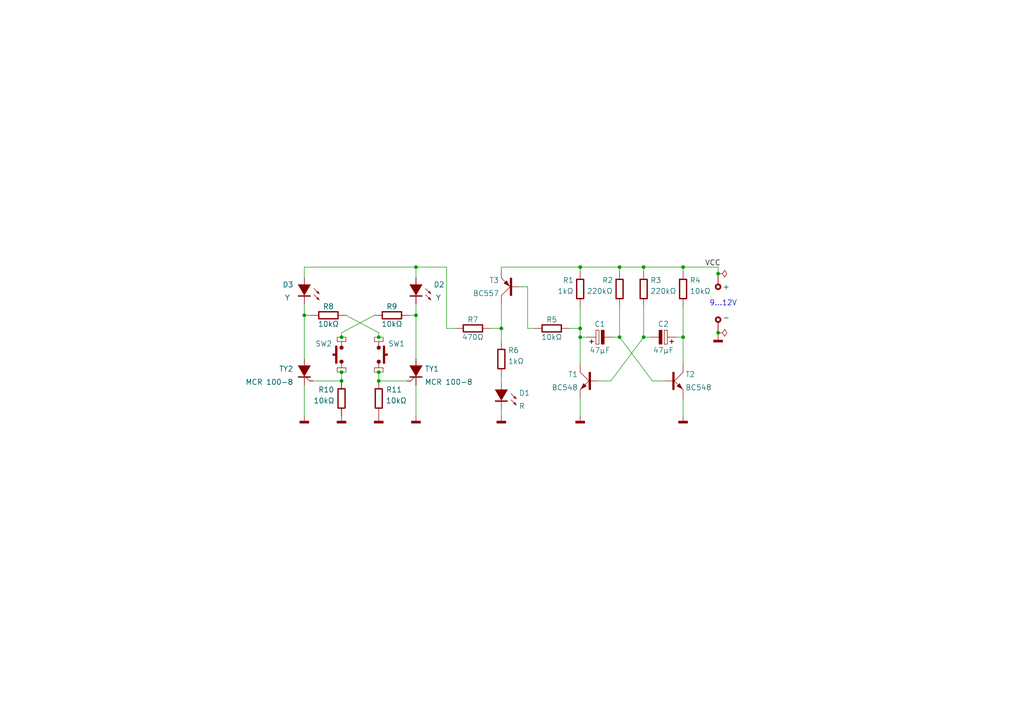
<source format=kicad_sch>
(kicad_sch (version 20211123) (generator eeschema)
  (paper "A4")
  (title_block (title "Tester refleksu (Ośla Łączka, W3 C7)") (date "2022-05-14") (company "Kuba Michalik"))
  (lib_symbols
    (symbol "Custom_Generic:C_Polarized" (pin_numbers hide) (pin_names (offset 0.254) hide)
      (property "Reference" "C" (at 0.635 2.54 0))
      (property "Value" "C_Polarized" (at 0.635 -2.54 0))
      (symbol "C_Polarized_0_1"
        (rectangle (start -2.032 -0.381) (end 2.032 -1.27) (fill (type outline)))
        (rectangle (start -2.032 1.143) (end 2.032 0.254))
        (polyline (pts (xy -1.778 2.413) (xy -0.762 2.413)) (stroke (width 0.254)))
        (polyline (pts (xy -1.27 2.921) (xy -1.27 1.905)) (stroke (width 0.254)))
      )
      (symbol "C_Polarized_1_1"
        (pin passive line (at 0 -3.81 90) (length 2.794) (name "-") (number "1"))
        (pin passive line (at 0 3.81 270) (length 2.667) (name "+") (number "2"))
      )
    )
    (symbol "Custom_Generic:Conn_Point" (pin_numbers hide) (pin_names (offset 1.016) hide)
      (property "Reference" "J" (at 0 2.54 0))
      (property "Value" "Conn_Point" (at 0 -2.54 0))
      (symbol "Conn_Point_0_1"
        (circle (center 0 0) (radius 0.6839) (stroke (width 0.508)))
      )
      (symbol "Conn_Point_1_1"
        (pin passive line (at -3.81 0 0) (length 3.175) (name "Pin_1") (number "1"))
      )
    )
    (symbol "Custom_Generic:LED" (pin_numbers hide) (pin_names (offset 1.016) hide)
      (property "Reference" "D" (at 0 2.921 0))
      (property "Value" "LED" (at 0 5.588 0))
      (symbol "LED_0_1"
        (rectangle (start -1.524 1.778) (end -1.27 -1.778) (fill (type outline)))
        (polyline (pts (xy -1.016 -2.794) (xy -2.159 -3.937)) (stroke (width 0.1524)))
        (polyline (pts (xy 0.762 -2.794) (xy -0.381 -3.937)) (stroke (width 0.1524)))
        (polyline (pts (xy -2.54 -4.318) (xy -1.778 -3.937) (xy -2.159 -3.556) (xy -2.54 -4.318)) (fill (type outline)))
        (polyline (pts (xy -1.143 0) (xy 1.905 1.778) (xy 1.905 -1.778) (xy -1.143 0)) (fill (type outline)))
        (polyline (pts (xy -0.762 -4.318) (xy 0 -3.937) (xy -0.381 -3.556) (xy -0.762 -4.318)) (fill (type outline)))
      )
      (symbol "LED_1_1"
        (pin passive line (at -3.81 0 0) (length 2.54) (name "K") (number "1"))
        (pin passive line (at 3.81 0 180) (length 2.54) (name "A") (number "2"))
      )
    )
    (symbol "Custom_Generic:NPN_BJT_CBE" (pin_numbers hide) (pin_names (offset 0) hide)
      (property "Reference" "T" (at 3.81 1.27 0))
      (property "Value" "NPN_BJT_CBE" (at 3.81 -1.27 0))
      (symbol "NPN_BJT_CBE_0_1"
        (rectangle (start -0.508 2.54) (end 0 -2.54) (fill (type outline)))
        (rectangle (start 0 -0.254) (end 0 -0.254))
        (polyline (pts (xy 0 0) (xy 2.54 -2.54)))
        (polyline (pts (xy 0 0) (xy 2.54 2.54)))
        (polyline (pts (xy 2.286 -2.286) (xy 1.524 -0.762) (xy 0.762 -1.524) (xy 2.286 -2.286)) (fill (type outline)))
        (rectangle (start 0 1.016) (end 0 1.016))
      )
      (symbol "NPN_BJT_CBE_1_1"
        (pin passive line (at 2.54 5.08 270) (length 2.54) (name "C") (number "1"))
        (pin input line (at -2.54 0 0) (length 2.54) (name "B") (number "2"))
        (pin passive line (at 2.54 -5.08 90) (length 2.54) (name "E") (number "3"))
      )
    )
    (symbol "Custom_Generic:PNP_BJT_CBE" (pin_numbers hide) (pin_names (offset 0) hide)
      (property "Reference" "T" (at 3.81 1.27 0))
      (property "Value" "PNP_BJT_CBE" (at 3.81 -1.27 0))
      (symbol "PNP_BJT_CBE_0_1"
        (rectangle (start -0.508 2.54) (end 0 -2.54) (fill (type outline)))
        (rectangle (start 0 -0.254) (end 0 -0.254))
        (polyline (pts (xy 0 0) (xy 2.54 -2.54)))
        (polyline (pts (xy 0 0) (xy 2.54 2.54)))
        (polyline (pts (xy 0.254 -0.254) (xy 1.016 -1.778) (xy 1.778 -1.016) (xy 0.254 -0.254)) (fill (type outline)))
        (rectangle (start 0 1.016) (end 0 1.016))
      )
      (symbol "PNP_BJT_CBE_1_1"
        (pin passive line (at 2.54 5.08 270) (length 2.54) (name "C") (number "1"))
        (pin input line (at -2.54 0 0) (length 2.54) (name "B") (number "2"))
        (pin passive line (at 2.54 -5.08 90) (length 2.54) (name "E") (number "3"))
      )
    )
    (symbol "Custom_Generic:R" (pin_numbers hide) (pin_names (offset 0))
      (property "Reference" "R" (at 2.413 0 90))
      (property "Value" "R" (at -2.286 0 90))
      (symbol "R_0_1"
        (rectangle (start -1.016 2.794) (end 1.016 -2.794) (stroke (width 0.381)))
      )
      (symbol "R_1_1"
        (pin passive line (at 0 5.08 270) (length 2.25) (name "~") (number "1"))
        (pin passive line (at 0 -5.08 90) (length 2.25) (name "~") (number "2"))
      )
    )
    (symbol "Custom_Generic:SW_Push_4P" (pin_numbers hide) (pin_names (offset 1.016) hide)
      (property "Reference" "SW" (at -1.651 -6.096 0))
      (property "Value" "SW_Push_4P" (at 0.381 5.969 0))
      (symbol "SW_Push_4P_0_1"
        (rectangle (start -2.54 1.778) (end 2.54 1.27) (fill (type outline)))
        (circle (center -2.032 0) (radius 0.508) (fill (type outline)))
        (rectangle (start -0.254 2.54) (end 0.254 1.524) (fill (type outline)))
        (polyline (pts (xy -3.81 0) (xy -2.032 0)))
        (polyline (pts (xy -3.81 1.27) (xy -3.81 -1.27)))
        (polyline (pts (xy 2.032 0) (xy 3.81 0)))
        (polyline (pts (xy 3.81 1.27) (xy 3.81 -1.27)))
        (circle (center 2.032 0) (radius 0.508) (fill (type outline)))
        (pin passive line (at -5.08 1.27 0) (length 1.27) (name "1A") (number "1"))
        (pin passive line (at 5.08 1.27 180) (length 1.27) (name "2A") (number "2"))
        (pin passive line (at -5.08 -1.27 0) (length 1.27) (name "1B") (number "3"))
        (pin passive line (at 5.08 -1.27 180) (length 1.27) (name "2B") (number "4"))
      )
    )
    (symbol "Custom_Generic:Thyristor_KGA" (pin_numbers hide) (pin_names (offset 0) hide)
      (property "Reference" "TY" (at 3.81 3.048 0))
      (property "Value" "Thyristor_KGA" (at 10.287 -2.286 0))
      (symbol "Thyristor_KGA_0_1"
        (rectangle (start -1.778 -1.524) (end 1.778 -1.27) (fill (type outline)))
        (polyline (pts (xy -0.254 -1.27) (xy -1.524 -2.54)))
        (polyline (pts (xy 0 -1.143) (xy -1.778 1.905) (xy 1.778 1.905) (xy 0 -1.143)) (fill (type outline)))
      )
      (symbol "Thyristor_KGA_1_1"
        (pin passive line (at 0 -3.81 90) (length 2.54) (name "K") (number "1"))
        (pin input line (at -2.54 -2.54 0) (length 1.016) (name "G") (number "2"))
        (pin passive line (at 0 3.81 270) (length 2.54) (name "A") (number "3"))
      )
    )
    (symbol "Thyristor_KGA_1" (pin_numbers hide) (pin_names (offset 0) hide)
      (property "Reference" "TY" (at 3.81 3.048 0))
      (property "Value" "Thyristor_KGA_1" (at 10.287 -2.286 0))
      (symbol "Thyristor_KGA_1_0_1"
        (rectangle (start -1.778 -1.524) (end 1.778 -1.27) (fill (type outline)))
        (polyline (pts (xy -0.254 -1.27) (xy -1.524 -2.54)))
        (polyline (pts (xy 0 -1.143) (xy -1.778 1.905) (xy 1.778 1.905) (xy 0 -1.143)) (fill (type outline)))
      )
      (symbol "Thyristor_KGA_1_1_1"
        (pin passive line (at 0 -3.81 90) (length 2.54) (name "K") (number "1"))
        (pin input line (at -2.54 -2.54 0) (length 1.016) (name "G") (number "2"))
        (pin passive line (at 0 3.81 270) (length 2.54) (name "A") (number "3"))
      )
    )
    (symbol "power:GNDD" (power) (pin_names (offset 0))
      (property "Value" "GNDD" (at 0 -3.175 0))
      (symbol "GNDD_0_1"
        (rectangle (start -1.27 -1.524) (end 1.27 -2.032) (stroke (width 0.254)) (fill (type outline)))
        (polyline (pts (xy 0 0) (xy 0 -1.524)))
      )
      (symbol "GNDD_1_1"
        (pin power_in line (at 0 0 270) (length 0) hide (name "GNDD") (number "1"))
      )
    )
    (symbol "power:PWR_FLAG" (power) (pin_numbers hide) (pin_names (offset 0) hide)
      (property "Value" "PWR_FLAG" (at 0 3.81 0))
      (symbol "PWR_FLAG_0_0"
        (pin power_out line (at 0 0 90) (length 0) (name "pwr") (number "1"))
      )
      (symbol "PWR_FLAG_0_1"
        (polyline (pts (xy 0 0) (xy 0 1.27) (xy -1.016 1.905) (xy 0 2.54) (xy 1.016 1.905) (xy 0 1.27)))
      )
    )
  )
  (junction (at 99.06 110.49))
  (junction (at 179.705 97.79))
  (junction (at 168.275 95.25))
  (junction (at 198.12 97.79))
  (junction (at 168.275 97.79))
  (junction (at 120.65 91.44))
  (junction (at 109.855 107.95))
  (junction (at 198.12 77.47))
  (junction (at 109.855 110.49))
  (junction (at 168.275 77.47))
  (junction (at 208.28 79.375))
  (junction (at 145.415 95.25))
  (junction (at 99.06 97.79))
  (junction (at 186.69 77.47))
  (junction (at 186.69 97.79))
  (junction (at 88.265 91.44))
  (junction (at 208.28 96.52))
  (junction (at 109.855 97.79))
  (junction (at 99.06 107.95))
  (junction (at 179.705 77.47))
  (junction (at 120.65 77.47))
  (wire (pts (xy 109.855 110.49) (xy 118.11 110.49)))
  (wire (pts (xy 168.275 77.47) (xy 179.705 77.47)))
  (wire (pts (xy 153.035 83.185) (xy 153.035 95.25)))
  (wire (pts (xy 177.165 110.49) (xy 186.69 97.79)))
  (wire (pts (xy 198.12 97.79) (xy 198.12 105.41)))
  (wire (pts (xy 168.275 97.79) (xy 170.18 97.79)))
  (wire (pts (xy 150.495 83.185) (xy 153.035 83.185)))
  (wire (pts (xy 186.69 78.74) (xy 186.69 77.47)))
  (wire (pts (xy 177.8 97.79) (xy 179.705 97.79)))
  (wire (pts (xy 99.06 107.95) (xy 99.06 110.49)))
  (wire (pts (xy 120.65 91.44) (xy 120.65 104.14)))
  (wire (pts (xy 173.355 110.49) (xy 177.165 110.49)))
  (wire (pts (xy 88.265 80.645) (xy 88.265 77.47)))
  (wire (pts (xy 168.275 115.57) (xy 168.275 120.65)))
  (wire (pts (xy 196.215 97.79) (xy 198.12 97.79)))
  (wire (pts (xy 165.1 95.25) (xy 168.275 95.25)))
  (wire (pts (xy 109.855 107.95) (xy 109.855 110.49)))
  (wire (pts (xy 186.69 77.47) (xy 179.705 77.47)))
  (wire (pts (xy 109.855 96.52) (xy 109.855 97.79)))
  (wire (pts (xy 108.585 97.79) (xy 109.855 97.79)))
  (wire (pts (xy 208.28 79.375) (xy 208.28 77.47)))
  (wire (pts (xy 186.69 88.9) (xy 186.69 97.79)))
  (wire (pts (xy 145.415 120.65) (xy 145.415 118.745)))
  (wire (pts (xy 168.275 97.79) (xy 168.275 105.41)))
  (wire (pts (xy 129.54 95.25) (xy 132.08 95.25)))
  (wire (pts (xy 208.28 97.155) (xy 208.28 96.52)))
  (wire (pts (xy 129.54 77.47) (xy 129.54 95.25)))
  (wire (pts (xy 168.275 78.74) (xy 168.275 77.47)))
  (wire (pts (xy 145.415 77.47) (xy 168.275 77.47)))
  (wire (pts (xy 99.06 107.95) (xy 100.33 107.95)))
  (wire (pts (xy 145.415 88.265) (xy 145.415 95.25)))
  (wire (pts (xy 168.275 95.25) (xy 168.275 97.79)))
  (wire (pts (xy 88.265 77.47) (xy 120.65 77.47)))
  (wire (pts (xy 97.79 107.95) (xy 99.06 107.95)))
  (wire (pts (xy 97.79 97.79) (xy 99.06 97.79)))
  (wire (pts (xy 198.12 88.9) (xy 198.12 97.79)))
  (wire (pts (xy 118.745 91.44) (xy 120.65 91.44)))
  (wire (pts (xy 186.69 77.47) (xy 198.12 77.47)))
  (wire (pts (xy 88.265 88.265) (xy 88.265 91.44)))
  (wire (pts (xy 100.33 91.44) (xy 109.855 96.52)))
  (wire (pts (xy 198.12 77.47) (xy 198.12 78.74)))
  (wire (pts (xy 198.12 77.47) (xy 208.28 77.47)))
  (wire (pts (xy 120.65 111.76) (xy 120.65 120.65)))
  (wire (pts (xy 188.595 97.79) (xy 186.69 97.79)))
  (wire (pts (xy 108.585 107.95) (xy 109.855 107.95)))
  (wire (pts (xy 179.705 77.47) (xy 179.705 78.74)))
  (wire (pts (xy 88.265 91.44) (xy 90.17 91.44)))
  (wire (pts (xy 99.06 96.52) (xy 99.06 97.79)))
  (wire (pts (xy 145.415 111.125) (xy 145.415 109.22)))
  (wire (pts (xy 198.12 115.57) (xy 198.12 120.65)))
  (wire (pts (xy 153.035 95.25) (xy 154.94 95.25)))
  (wire (pts (xy 145.415 95.25) (xy 145.415 99.06)))
  (wire (pts (xy 168.275 88.9) (xy 168.275 95.25)))
  (wire (pts (xy 90.805 110.49) (xy 99.06 110.49)))
  (wire (pts (xy 99.06 97.79) (xy 100.33 97.79)))
  (wire (pts (xy 145.415 78.105) (xy 145.415 77.47)))
  (wire (pts (xy 189.23 110.49) (xy 179.705 97.79)))
  (wire (pts (xy 108.585 91.44) (xy 99.06 96.52)))
  (wire (pts (xy 179.705 88.9) (xy 179.705 97.79)))
  (wire (pts (xy 109.855 97.79) (xy 111.125 97.79)))
  (wire (pts (xy 120.65 77.47) (xy 120.65 80.645)))
  (wire (pts (xy 109.855 107.95) (xy 111.125 107.95)))
  (wire (pts (xy 88.265 111.76) (xy 88.265 120.65)))
  (wire (pts (xy 88.265 91.44) (xy 88.265 104.14)))
  (wire (pts (xy 142.24 95.25) (xy 145.415 95.25)))
  (wire (pts (xy 129.54 77.47) (xy 120.65 77.47)))
  (wire (pts (xy 120.65 88.265) (xy 120.65 91.44)))
  (wire (pts (xy 189.23 110.49) (xy 193.04 110.49)))
  (text "9...12V" (at 205.74 88.9 0) (effects (font (size 1.524 1.524)) (justify left bottom)))
  (label "VCC" (at 204.47 77.47 0) (effects (font (size 1.524 1.524))))
  (symbol (lib_id "Custom_Generic:R") (at 137.16 95.25 90) (unit 1)
    (property "Reference" "R7" (at 137.16 92.71 90) (effects (font (size 1.524 1.524))))
    (property "Value" "470Ω" (at 137.16 97.79 90) (effects (font (size 1.524 1.524))))
    (property "Footprint" "VeeCad:VERTAX_1N_180" (effects hide))
  )
  (symbol (lib_id "power:GNDD") (at 88.265 120.65 0) (unit 1)
    (property "Reference" "#PWR01" (effects hide))
    (property "Value" "GNDD" (effects hide))
  )
  (symbol (lib_id "Custom_Generic:SW_Push_4P") (at 99.06 102.87 90) (unit 1)
    (property "Reference" "SW2" (at 91.44 99.695 90) (effects (font (size 1.524 1.524)) (justify right)))
    (property "Value" "SW_Push_4P" (effects hide))
    (property "Footprint" "VeeCad:TACT_12_4P" (effects hide))
  )
  (symbol (lib_id "power:GNDD") (at 198.12 120.65 0) (unit 1)
    (property "Reference" "#PWR07" (effects hide))
    (property "Value" "GNDD" (effects hide))
  )
  (symbol (lib_id "Custom_Generic:R") (at 109.855 115.57 180) (unit 1)
    (property "Reference" "R11" (at 114.3 113.03 0) (effects (font (size 1.524 1.524))))
    (property "Value" "10kΩ" (at 114.935 116.205 0) (effects (font (size 1.524 1.524))))
    (property "Footprint" "VeeCad:VERTAX_1N_180" (effects hide))
  )
  (symbol (lib_id "Custom_Generic:R") (at 186.69 83.82 0) (unit 1)
    (property "Reference" "R3" (at 188.595 81.28 0) (effects (font (size 1.524 1.524)) (justify left)))
    (property "Value" "220kΩ" (at 188.595 84.455 0) (effects (font (size 1.524 1.524)) (justify left)))
    (property "Footprint" "VeeCad:AX3_1N" (effects hide))
  )
  (symbol (lib_id "Custom_Generic:R") (at 99.06 115.57 180) (unit 1)
    (property "Reference" "R10" (at 94.615 113.03 0) (effects (font (size 1.524 1.524))))
    (property "Value" "10kΩ" (at 93.98 116.205 0) (effects (font (size 1.524 1.524))))
    (property "Footprint" "VeeCad:VERTAX_1N_180" (effects hide))
  )
  (symbol (lib_id "Custom_Generic:Thyristor_KGA") (at 88.265 107.95 0) (mirror y) (unit 1)
    (property "Reference" "TY2" (at 85.09 106.9975 0) (effects (font (size 1.524 1.524)) (justify left)))
    (property "Value" "MCR 100-8" (at 85.09 110.8075 0) (effects (font (size 1.524 1.524)) (justify left)))
    (property "Footprint" "VeeCad:TO92" (effects hide))
  )
  (symbol (lib_id "Custom_Generic:PNP_BJT_CBE") (at 147.955 83.185 180) (unit 1)
    (property "Reference" "T3" (at 144.78 81.28 0) (effects (font (size 1.524 1.524)) (justify left)))
    (property "Value" "BC557" (at 144.78 85.09 0) (effects (font (size 1.524 1.524)) (justify left)))
    (property "Footprint" "VeeCad:TO92" (effects hide))
  )
  (symbol (lib_id "Custom_Generic:C_Polarized") (at 192.405 97.79 270) (mirror x) (unit 1)
    (property "Reference" "C2" (at 192.405 93.98 90) (effects (font (size 1.524 1.524))))
    (property "Value" "47μF" (at 192.405 101.6 90) (effects (font (size 1.524 1.524))))
    (property "Footprint" "VeeCad:RA1_2" (effects hide))
  )
  (symbol (lib_id "Custom_Generic:NPN_BJT_CBE") (at 170.815 110.49 0) (mirror y) (unit 1)
    (property "Reference" "T1" (at 167.64 108.585 0) (effects (font (size 1.524 1.524)) (justify left)))
    (property "Value" "BC548" (at 167.64 112.395 0) (effects (font (size 1.524 1.524)) (justify left)))
    (property "Footprint" "VeeCad:TO92" (effects hide))
  )
  (symbol (lib_id "power:PWR_FLAG") (at 208.28 79.375 270) (unit 1)
    (property "Reference" "#FLG01" (effects hide))
    (property "Value" "PWR_FLAG" (effects hide))
  )
  (symbol (lib_id "Custom_Generic:NPN_BJT_CBE") (at 195.58 110.49 0) (unit 1)
    (property "Reference" "T2" (at 198.755 108.585 0) (effects (font (size 1.524 1.524)) (justify left)))
    (property "Value" "BC548" (at 198.755 112.395 0) (effects (font (size 1.524 1.524)) (justify left)))
    (property "Footprint" "VeeCad:TO92" (effects hide))
  )
  (symbol (lib_id "Custom_Generic:R") (at 160.02 95.25 90) (unit 1)
    (property "Reference" "R5" (at 160.02 92.71 90) (effects (font (size 1.524 1.524))))
    (property "Value" "10kΩ" (at 160.02 97.79 90) (effects (font (size 1.524 1.524))))
    (property "Footprint" "VeeCad:AX3_1N" (effects hide))
  )
  (symbol (lib_id "Custom_Generic:C_Polarized") (at 173.99 97.79 90) (unit 1)
    (property "Reference" "C1" (at 173.99 93.98 90) (effects (font (size 1.524 1.524))))
    (property "Value" "47μF" (at 173.99 101.6 90) (effects (font (size 1.524 1.524))))
    (property "Footprint" "VeeCad:RA1_2" (effects hide))
  )
  (symbol (lib_id "Custom_Generic:R") (at 145.415 104.14 0) (unit 1)
    (property "Reference" "R6" (at 147.32 101.6 0) (effects (font (size 1.524 1.524)) (justify left)))
    (property "Value" "1kΩ" (at 147.32 104.775 0) (effects (font (size 1.524 1.524)) (justify left)))
    (property "Footprint" "VeeCad:AX3_1N" (effects hide))
  )
  (symbol (lib_id "power:GNDD") (at 109.855 120.65 0) (unit 1)
    (property "Reference" "#PWR03" (effects hide))
    (property "Value" "GNDD" (effects hide))
  )
  (symbol (lib_id "Custom_Generic:R") (at 95.25 91.44 90) (unit 1)
    (property "Reference" "R8" (at 95.25 88.9 90) (effects (font (size 1.524 1.524))))
    (property "Value" "10kΩ" (at 95.25 93.98 90) (effects (font (size 1.524 1.524))))
    (property "Footprint" "VeeCad:AX3_1N" (effects hide))
  )
  (symbol (lib_id "power:GNDD") (at 208.28 97.155 0) (unit 1)
    (property "Reference" "#PWR08" (effects hide))
    (property "Value" "GNDD" (effects hide))
  )
  (symbol (lib_id "power:PWR_FLAG") (at 208.28 96.52 270) (unit 1)
    (property "Reference" "#FLG02" (effects hide))
    (property "Value" "PWR_FLAG" (effects hide))
  )
  (symbol (lib_id "Custom_Generic:Conn_Point") (at 208.28 83.185 270) (unit 1)
    (property "Reference" "J1" (effects hide))
    (property "Value" "+" (at 209.55 83.185 90) (effects (font (size 1.524 1.524)) (justify left)))
    (property "Footprint" "VeeCad:SIP1" (effects hide))
  )
  (symbol (lib_id "Custom_Generic:Conn_Point") (at 208.28 92.71 90) (unit 1)
    (property "Reference" "J2" (effects hide))
    (property "Value" "−" (at 209.55 92.075 90) (effects (font (size 1.524 1.524)) (justify right)))
    (property "Footprint" "VeeCad:SIP1" (effects hide))
  )
  (symbol (lib_id "Custom_Generic:R") (at 198.12 83.82 0) (unit 1)
    (property "Reference" "R4" (at 200.025 81.28 0) (effects (font (size 1.524 1.524)) (justify left)))
    (property "Value" "10kΩ" (at 200.025 84.455 0) (effects (font (size 1.524 1.524)) (justify left)))
    (property "Footprint" "VeeCad:AX3_1N" (effects hide))
  )
  (symbol (lib_id "Custom_Generic:R") (at 168.275 83.82 0) (unit 1)
    (property "Reference" "R1" (at 163.195 81.28 0) (effects (font (size 1.524 1.524)) (justify left)))
    (property "Value" "1kΩ" (at 166.37 84.455 0) (effects (font (size 1.524 1.524)) (justify right)))
    (property "Footprint" "VeeCad:AX3_1N" (effects hide))
  )
  (symbol (lib_id "Custom_Generic:SW_Push_4P") (at 109.855 102.87 270) (mirror x) (unit 1)
    (property "Reference" "SW1" (at 117.475 99.695 90) (effects (font (size 1.524 1.524)) (justify right)))
    (property "Value" "SW_Push_4P" (effects hide))
    (property "Footprint" "VeeCad:TACT_12_4P" (effects hide))
  )
  (symbol (lib_id "Custom_Generic:LED") (at 88.265 84.455 90) (unit 1)
    (property "Reference" "D3" (at 81.915 82.55 90) (effects (font (size 1.524 1.524)) (justify right)))
    (property "Value" "Y" (at 82.55 86.36 90) (effects (font (size 1.524 1.524)) (justify right)))
    (property "Footprint" "VeeCad:SIP2" (effects hide))
  )
  (symbol (lib_id "power:GNDD") (at 145.415 120.65 0) (unit 1)
    (property "Reference" "#PWR05" (effects hide))
    (property "Value" "GNDD" (effects hide))
  )
  (symbol (lib_id "power:GNDD") (at 120.65 120.65 0) (unit 1)
    (property "Reference" "#PWR04" (effects hide))
    (property "Value" "GNDD" (effects hide))
  )
  (symbol (lib_id "power:GNDD") (at 99.06 120.65 0) (unit 1)
    (property "Reference" "#PWR02" (effects hide))
    (property "Value" "GNDD" (effects hide))
  )
  (symbol (lib_id "Custom_Generic:R") (at 113.665 91.44 90) (unit 1)
    (property "Reference" "R9" (at 113.665 88.9 90) (effects (font (size 1.524 1.524))))
    (property "Value" "10kΩ" (at 113.665 93.98 90) (effects (font (size 1.524 1.524))))
    (property "Footprint" "VeeCad:AX3_1N" (effects hide))
  )
  (symbol (lib_id "power:GNDD") (at 168.275 120.65 0) (unit 1)
    (property "Reference" "#PWR06" (effects hide))
    (property "Value" "GNDD" (effects hide))
  )
  (symbol (lib_id "Custom_Generic:R") (at 179.705 83.82 0) (unit 1)
    (property "Reference" "R2" (at 174.625 81.28 0) (effects (font (size 1.524 1.524)) (justify left)))
    (property "Value" "220kΩ" (at 170.18 84.455 0) (effects (font (size 1.524 1.524)) (justify left)))
    (property "Footprint" "VeeCad:AX3_1N" (effects hide))
  )
  (symbol (lib_name "Thyristor_KGA_1") (lib_id "Custom_Generic:Thyristor_KGA") (at 120.65 107.95 0) (unit 1)
    (property "Reference" "TY1" (at 123.19 106.9975 0) (effects (font (size 1.524 1.524)) (justify left)))
    (property "Value" "MCR 100-8" (at 123.19 110.8075 0) (effects (font (size 1.524 1.524)) (justify left)))
    (property "Footprint" "VeeCad:TO92" (effects hide))
  )
  (symbol (lib_id "Custom_Generic:LED") (at 120.65 84.455 90) (unit 1)
    (property "Reference" "D2" (at 125.73 82.55 90) (effects (font (size 1.524 1.524)) (justify right)))
    (property "Value" "Y" (at 126.365 86.36 90) (effects (font (size 1.524 1.524)) (justify right)))
    (property "Footprint" "VeeCad:SIP2" (effects hide))
  )
  (symbol (lib_id "Custom_Generic:LED") (at 145.415 114.935 90) (unit 1)
    (property "Reference" "D1" (at 150.495 113.9825 90) (effects (font (size 1.524 1.524)) (justify right)))
    (property "Value" "R" (at 150.495 117.7925 90) (effects (font (size 1.524 1.524)) (justify right)))
    (property "Footprint" "VeeCad:SIP2" (effects hide))
  )
)
</source>
